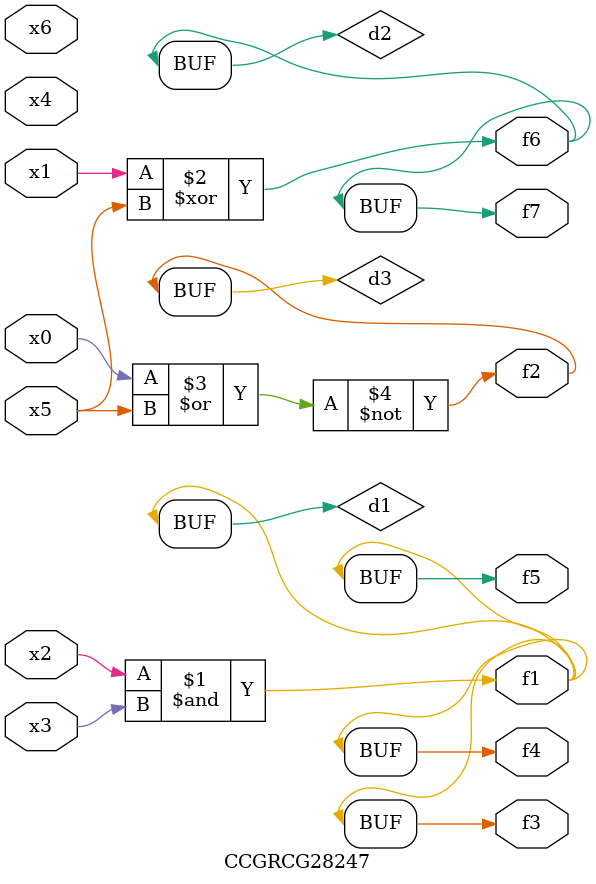
<source format=v>
module CCGRCG28247(
	input x0, x1, x2, x3, x4, x5, x6,
	output f1, f2, f3, f4, f5, f6, f7
);

	wire d1, d2, d3;

	and (d1, x2, x3);
	xor (d2, x1, x5);
	nor (d3, x0, x5);
	assign f1 = d1;
	assign f2 = d3;
	assign f3 = d1;
	assign f4 = d1;
	assign f5 = d1;
	assign f6 = d2;
	assign f7 = d2;
endmodule

</source>
